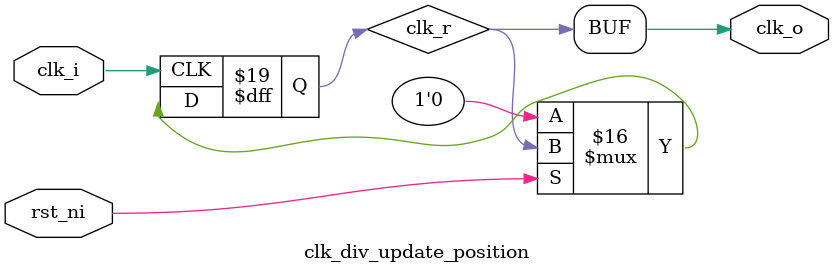
<source format=v>
`timescale 1ns / 1ps

module clk_div_update_position (
  input wire rst_ni,
  input wire clk_i,
  output wire clk_o
);

// Using only 0-499_999 (maximum 524_288)
reg [16:0] counter_r;
reg clk_r;

always @(posedge clk_i) begin
// If sw0 = false, reset condition
  if (!rst_ni) begin
    clk_r <= 0;
    counter_r <= 0;
 
// Else reduce Hz from 100MHz to 100HZ (100fps)
  end else begin
    if (counter_r == (1_000_000 / 2) - 1) begin
      clk_r <= ~clk_r;
      counter_r <= 0;
    end else begin
      counter_r <= counter_r + 1;
    end
  end
end

assign clk_o = clk_r;

endmodule
</source>
